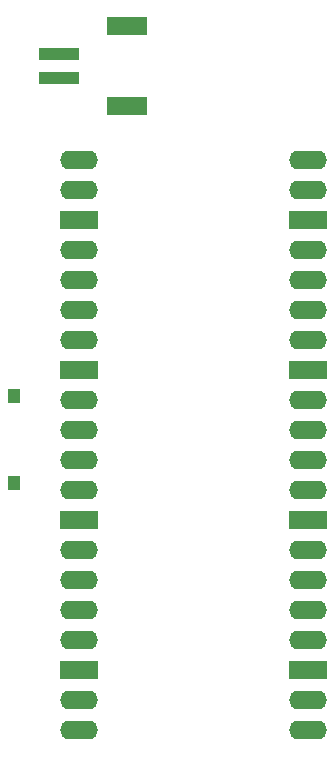
<source format=gbr>
%TF.GenerationSoftware,KiCad,Pcbnew,7.0.8-7.0.8~ubuntu20.04.1*%
%TF.CreationDate,2023-10-05T17:37:43+09:00*%
%TF.ProjectId,v0_2,76305f32-2e6b-4696-9361-645f70636258,rev?*%
%TF.SameCoordinates,Original*%
%TF.FileFunction,Paste,Bot*%
%TF.FilePolarity,Positive*%
%FSLAX46Y46*%
G04 Gerber Fmt 4.6, Leading zero omitted, Abs format (unit mm)*
G04 Created by KiCad (PCBNEW 7.0.8-7.0.8~ubuntu20.04.1) date 2023-10-05 17:37:43*
%MOMM*%
%LPD*%
G01*
G04 APERTURE LIST*
%ADD10R,1.000000X1.200000*%
%ADD11O,3.200000X1.600000*%
%ADD12R,3.200000X1.600000*%
%ADD13R,3.500000X1.000000*%
%ADD14R,3.400000X1.500000*%
G04 APERTURE END LIST*
D10*
%TO.C,S1*%
X-15240000Y-11210000D03*
X-15240000Y-3810000D03*
%TD*%
D11*
%TO.C,IC1*%
X-9690000Y-32130000D03*
X-9690000Y-29590000D03*
D12*
X-9690000Y-27050000D03*
D11*
X-9690000Y-24510000D03*
X-9690000Y-21970000D03*
X-9690000Y-19430000D03*
X-9690000Y-16890000D03*
D12*
X-9690000Y-14350000D03*
D11*
X-9690000Y-11810000D03*
X-9690000Y-9270000D03*
X-9690000Y-6730000D03*
X-9690000Y-4190000D03*
D12*
X-9690000Y-1650000D03*
D11*
X-9690000Y890000D03*
X-9690000Y3430000D03*
X-9690000Y5970000D03*
X-9690000Y8510000D03*
D12*
X-9690000Y11050000D03*
D11*
X-9690000Y13590000D03*
X-9690000Y16130000D03*
X9690000Y16130000D03*
X9690000Y13590000D03*
D12*
X9690000Y11050000D03*
D11*
X9690000Y8510000D03*
X9690000Y5970000D03*
X9690000Y3430000D03*
X9690000Y890000D03*
D12*
X9690000Y-1650000D03*
D11*
X9690000Y-4190000D03*
X9690000Y-6730000D03*
X9690000Y-9270000D03*
X9690000Y-11810000D03*
D12*
X9690000Y-14350000D03*
D11*
X9690000Y-16890000D03*
X9690000Y-19430000D03*
X9690000Y-21970000D03*
X9690000Y-24510000D03*
D12*
X9690000Y-27050000D03*
D11*
X9690000Y-29590000D03*
X9690000Y-32130000D03*
%TD*%
D13*
%TO.C,J1*%
X-11430000Y25130000D03*
X-11430000Y23130000D03*
D14*
X-5680000Y27480000D03*
X-5680000Y20780000D03*
%TD*%
M02*

</source>
